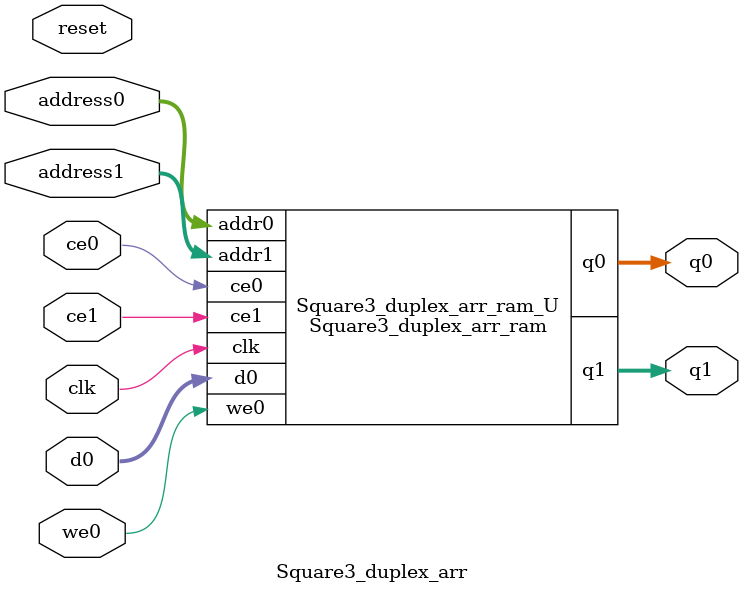
<source format=v>

`timescale 1 ns / 1 ps
module Square3_duplex_arr_ram (addr0, ce0, d0, we0, q0, addr1, ce1, q1,  clk);

parameter DWIDTH = 32;
parameter AWIDTH = 5;
parameter MEM_SIZE = 20;

input[AWIDTH-1:0] addr0;
input ce0;
input[DWIDTH-1:0] d0;
input we0;
output reg[DWIDTH-1:0] q0;
input[AWIDTH-1:0] addr1;
input ce1;
output reg[DWIDTH-1:0] q1;
input clk;

(* ram_style = "distributed" *)reg [DWIDTH-1:0] ram[MEM_SIZE-1:0];




always @(posedge clk)  
begin 
    if (ce0) 
    begin
        if (we0) 
        begin 
            ram[addr0] <= d0; 
            q0 <= d0;
        end 
        else 
            q0 <= ram[addr0];
    end
end


always @(posedge clk)  
begin 
    if (ce1) 
    begin
            q1 <= ram[addr1];
    end
end


endmodule


`timescale 1 ns / 1 ps
module Square3_duplex_arr(
    reset,
    clk,
    address0,
    ce0,
    we0,
    d0,
    q0,
    address1,
    ce1,
    q1);

parameter DataWidth = 32'd32;
parameter AddressRange = 32'd20;
parameter AddressWidth = 32'd5;
input reset;
input clk;
input[AddressWidth - 1:0] address0;
input ce0;
input we0;
input[DataWidth - 1:0] d0;
output[DataWidth - 1:0] q0;
input[AddressWidth - 1:0] address1;
input ce1;
output[DataWidth - 1:0] q1;



Square3_duplex_arr_ram Square3_duplex_arr_ram_U(
    .clk( clk ),
    .addr0( address0 ),
    .ce0( ce0 ),
    .d0( d0 ),
    .we0( we0 ),
    .q0( q0 ),
    .addr1( address1 ),
    .ce1( ce1 ),
    .q1( q1 ));

endmodule


</source>
